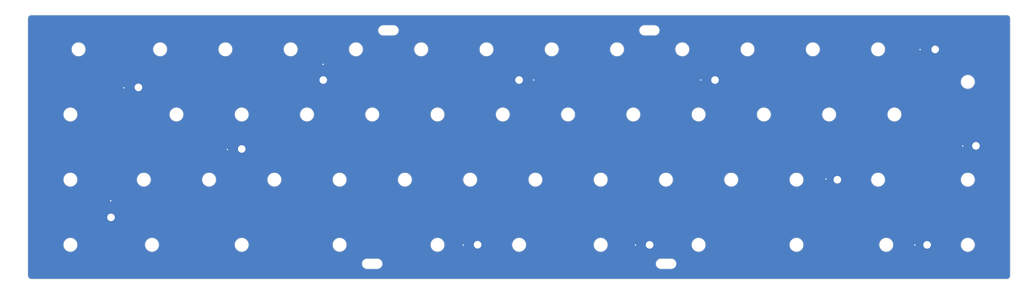
<source format=kicad_pcb>
(kicad_pcb (version 4) (host pcbnew r6904-product)
  (layers (0 F.Cu power) (31 B.Cu power) (34 B.Paste user) (35 F.Paste user) (36 B.SilkS user) (37 F.SilkS user) (38 B.Mask user) (39 F.Mask user) (44 Edge.Cuts user))
  (net 0 "")
  (net 1 GND)
  (module footprints:MountingHole_2.2mm_M2_Pad (layer F.Cu) (at 325.65 168.1)
    (fp_text reference W1 hide)
    (fp_text value TEST_1P hide)
    (pad 1 thru_hole circle (at 0 0) (size 4.4 4.4) (drill 2.2) (layers *.Cu *.Mask) (net 1 GND))
  )
  (module footprints:MountingHole_2.2mm_M2_Pad (layer F.Cu) (at 95.45 122.05)
    (fp_text reference W2 hide)
    (fp_text value TEST_1P hide)
    (pad 1 thru_hole circle (at 0 0) (size 4.4 4.4) (drill 2.2) (layers *.Cu *.Mask) (net 1 GND))
  )
  (module footprints:MountingHole_2.2mm_M2_Pad (layer F.Cu) (at 125.6 140.05)
    (fp_text reference W3 hide)
    (fp_text value TEST_1P hide)
    (pad 1 thru_hole circle (at 0 0) (size 4.4 4.4) (drill 2.2) (layers *.Cu *.Mask) (net 1 GND))
  )
  (module footprints:MountingHole_2.2mm_M2_Pad (layer F.Cu) (at 87.45 160.05)
    (fp_text reference W4 hide)
    (fp_text value TEST_1P hide)
    (pad 1 thru_hole circle (at 0 0) (size 4.4 4.4) (drill 2.2) (layers *.Cu *.Mask) (net 1 GND))
  )
  (module footprints:MountingHole_2.2mm_M2_Pad (layer F.Cu) (at 149.4 119.9)
    (fp_text reference W5 hide)
    (fp_text value TEST_1P hide)
    (pad 1 thru_hole circle (at 0 0) (size 4.4 4.4) (drill 2.2) (layers *.Cu *.Mask) (net 1 GND))
  )
  (module footprints:MountingHole_2.2mm_M2_Pad (layer F.Cu) (at 206.55 119.9)
    (fp_text reference W6 hide)
    (fp_text value TEST_1P hide)
    (pad 1 thru_hole circle (at 0 0) (size 4.4 4.4) (drill 2.2) (layers *.Cu *.Mask) (net 1 GND))
  )
  (module footprints:MountingHole_2.2mm_M2_Pad (layer F.Cu) (at 194.45 168.05)
    (fp_text reference W7 hide)
    (fp_text value TEST_1P hide)
    (pad 1 thru_hole circle (at 0 0) (size 4.4 4.4) (drill 2.2) (layers *.Cu *.Mask) (net 1 GND))
  )
  (module footprints:MountingHole_2.2mm_M2_Pad (layer F.Cu) (at 263.75 119.9)
    (fp_text reference W8 hide)
    (fp_text value TEST_1P hide)
    (pad 1 thru_hole circle (at 0 0) (size 4.4 4.4) (drill 2.2) (layers *.Cu *.Mask) (net 1 GND))
  )
  (module footprints:MountingHole_2.2mm_M2_Pad (layer F.Cu) (at 244.65 168.1)
    (fp_text reference W9 hide)
    (fp_text value TEST_1P hide)
    (pad 1 thru_hole circle (at 0 0) (size 4.4 4.4) (drill 2.2) (layers *.Cu *.Mask) (net 1 GND))
  )
  (module footprints:MountingHole_2.2mm_M2_Pad (layer F.Cu) (at 299.45 149.05)
    (fp_text reference W10 hide)
    (fp_text value TEST_1P hide)
    (pad 1 thru_hole circle (at 0 0) (size 4.4 4.4) (drill 2.2) (layers *.Cu *.Mask) (net 1 GND))
  )
  (module footprints:MountingHole_2.2mm_M2_Pad (layer F.Cu) (at 328 110.95)
    (fp_text reference W11 hide)
    (fp_text value TEST_1P hide)
    (pad 1 thru_hole circle (at 0 0) (size 4.4 4.4) (drill 2.2) (layers *.Cu *.Mask) (net 1 GND))
  )
  (module footprints:MountingHole_2.2mm_M2_Pad (layer F.Cu) (at 339.9 139.15)
    (fp_text reference W12 hide)
    (fp_text value TEST_1P hide)
    (pad 1 thru_hole circle (at 0 0) (size 4.4 4.4) (drill 2.2) (layers *.Cu *.Mask) (net 1 GND))
  )
  (gr_arc (start 250.96 173.62) (end 250.96 175.07) (angle -180) (layer Edge.Cuts) (width 0.1))
  (gr_arc (start 165.19 173.62) (end 165.19 175.07) (angle -180) (layer Edge.Cuts) (width 0.1))
  (gr_arc (start 247.96 173.62) (end 247.96 175.07) (angle 180) (layer Edge.Cuts) (width 0.1))
  (gr_arc (start 162.18 173.62) (end 162.18 175.07) (angle 180) (layer Edge.Cuts) (width 0.1))
  (gr_arc (start 243.14 105.38) (end 243.14 106.83) (angle 180) (layer Edge.Cuts) (width 0.1))
  (gr_arc (start 246.08 105.39) (end 246.08 106.84) (angle -180) (layer Edge.Cuts) (width 0.1))
  (gr_arc (start 169.92 105.38) (end 169.92 106.83) (angle -180) (layer Edge.Cuts) (width 0.1))
  (gr_arc (start 166.93 105.39) (end 166.93 106.84) (angle 180) (layer Edge.Cuts) (width 0.1))
  (gr_circle (center 75.59806 168.077701) (end 77.59806 168.077701) (layer Edge.Cuts) (width 0.1))
  (gr_circle (center 99.411182 168.077701) (end 101.411182 168.077701) (layer Edge.Cuts) (width 0.1))
  (gr_circle (center 125.604297 168.077701) (end 127.604297 168.077701) (layer Edge.Cuts) (width 0.1))
  (gr_circle (center 154.176503 168.077701) (end 156.176503 168.077701) (layer Edge.Cuts) (width 0.1))
  (gr_circle (center 182.754297 168.077701) (end 184.754297 168.077701) (layer Edge.Cuts) (width 0.1))
  (gr_circle (center 206.567559 168.077701) (end 208.567559 168.077701) (layer Edge.Cuts) (width 0.1))
  (gr_circle (center 230.380694 168.077701) (end 232.380694 168.077701) (layer Edge.Cuts) (width 0.1))
  (gr_circle (center 258.951503 168.077701) (end 260.951503 168.077701) (layer Edge.Cuts) (width 0.1))
  (gr_circle (center 287.529297 168.077701) (end 289.529297 168.077701) (layer Edge.Cuts) (width 0.1))
  (gr_circle (center 313.723301 168.077701) (end 315.723301 168.077701) (layer Edge.Cuts) (width 0.1))
  (gr_circle (center 337.53542 168.077701) (end 339.53542 168.077701) (layer Edge.Cuts) (width 0.1))
  (gr_circle (center 337.53542 149.029758) (end 339.53542 149.029758) (layer Edge.Cuts) (width 0.1))
  (gr_circle (center 311.341289 149.029565) (end 313.341289 149.029565) (layer Edge.Cuts) (width 0.1))
  (gr_circle (center 287.530694 149.029389) (end 289.530694 149.029389) (layer Edge.Cuts) (width 0.1))
  (gr_circle (center 268.480694 149.029249) (end 270.480694 149.029249) (layer Edge.Cuts) (width 0.1))
  (gr_circle (center 249.430694 149.029109) (end 251.430694 149.029109) (layer Edge.Cuts) (width 0.1))
  (gr_circle (center 230.380694 149.028968) (end 232.380694 149.028968) (layer Edge.Cuts) (width 0.1))
  (gr_circle (center 211.330694 149.028828) (end 213.330694 149.028828) (layer Edge.Cuts) (width 0.1))
  (gr_circle (center 192.280694 149.028688) (end 194.280694 149.028688) (layer Edge.Cuts) (width 0.1))
  (gr_circle (center 173.229297 149.028548) (end 175.229297 149.028548) (layer Edge.Cuts) (width 0.1))
  (gr_circle (center 154.179297 149.028407) (end 156.179297 149.028407) (layer Edge.Cuts) (width 0.1))
  (gr_circle (center 135.130694 149.028267) (end 137.130694 149.028267) (layer Edge.Cuts) (width 0.1))
  (gr_circle (center 116.080694 149.028127) (end 118.080694 149.028127) (layer Edge.Cuts) (width 0.1))
  (gr_circle (center 97.02917 149.027987) (end 99.02917 149.027987) (layer Edge.Cuts) (width 0.1))
  (gr_circle (center 75.59806 149.027829) (end 77.59806 149.027829) (layer Edge.Cuts) (width 0.1))
  (gr_circle (center 75.59806 129.977663) (end 77.59806 129.977663) (layer Edge.Cuts) (width 0.1))
  (gr_circle (center 106.554297 129.977663) (end 108.554297 129.977663) (layer Edge.Cuts) (width 0.1))
  (gr_circle (center 125.604297 129.977663) (end 127.604297 129.977663) (layer Edge.Cuts) (width 0.1))
  (gr_circle (center 144.654297 129.977663) (end 146.654297 129.977663) (layer Edge.Cuts) (width 0.1))
  (gr_circle (center 163.704297 129.977663) (end 165.704297 129.977663) (layer Edge.Cuts) (width 0.1))
  (gr_circle (center 182.754297 129.977663) (end 184.754297 129.977663) (layer Edge.Cuts) (width 0.1))
  (gr_circle (center 201.804297 129.977663) (end 203.804297 129.977663) (layer Edge.Cuts) (width 0.1))
  (gr_circle (center 220.854297 129.977663) (end 222.854297 129.977663) (layer Edge.Cuts) (width 0.1))
  (gr_circle (center 239.905694 129.977663) (end 241.905694 129.977663) (layer Edge.Cuts) (width 0.1))
  (gr_circle (center 258.955694 129.977663) (end 260.955694 129.977663) (layer Edge.Cuts) (width 0.1))
  (gr_circle (center 278.005694 129.977663) (end 280.005694 129.977663) (layer Edge.Cuts) (width 0.1))
  (gr_circle (center 297.055694 129.977663) (end 299.055694 129.977663) (layer Edge.Cuts) (width 0.1))
  (gr_circle (center 316.105821 129.977663) (end 318.105821 129.977663) (layer Edge.Cuts) (width 0.1))
  (gr_circle (center 337.53542 120.452663) (end 339.53542 120.452663) (layer Edge.Cuts) (width 0.1))
  (gr_circle (center 311.342686 110.927663) (end 313.342686 110.927663) (layer Edge.Cuts) (width 0.1))
  (gr_circle (center 292.292559 110.927663) (end 294.292559 110.927663) (layer Edge.Cuts) (width 0.1))
  (gr_circle (center 273.242559 110.927663) (end 275.242559 110.927663) (layer Edge.Cuts) (width 0.1))
  (gr_circle (center 254.197893 110.927663) (end 256.197893 110.927663) (layer Edge.Cuts) (width 0.1))
  (gr_circle (center 235.147893 110.927663) (end 237.147893 110.927663) (layer Edge.Cuts) (width 0.1))
  (gr_circle (center 216.092559 110.927663) (end 218.092559 110.927663) (layer Edge.Cuts) (width 0.1))
  (gr_circle (center 197.042559 110.927663) (end 199.042559 110.927663) (layer Edge.Cuts) (width 0.1))
  (gr_circle (center 177.989765 110.927663) (end 179.989765 110.927663) (layer Edge.Cuts) (width 0.1))
  (gr_circle (center 158.939765 110.927663) (end 160.939765 110.927663) (layer Edge.Cuts) (width 0.1))
  (gr_circle (center 139.892559 110.927663) (end 141.892559 110.927663) (layer Edge.Cuts) (width 0.1))
  (gr_circle (center 120.842559 110.927663) (end 122.842559 110.927663) (layer Edge.Cuts) (width 0.1))
  (gr_circle (center 101.792432 110.927663) (end 103.792432 110.927663) (layer Edge.Cuts) (width 0.1))
  (gr_circle (center 77.980707 110.927663) (end 79.980707 110.927663) (layer Edge.Cuts) (width 0.1))
  (gr_line (start 165.186514 172.167723) (end 162.179287 172.167723) (layer Edge.Cuts) (width 0.1))
  (gr_line (start 162.179287 175.078131) (end 165.186514 175.078131) (layer Edge.Cuts) (width 0.1))
  (gr_line (start 247.956986 175.078131) (end 250.956986 175.078131) (layer Edge.Cuts) (width 0.1))
  (gr_line (start 250.956986 172.167723) (end 247.956986 172.167723) (layer Edge.Cuts) (width 0.1))
  (gr_line (start 246.124287 103.931487) (end 243.124287 103.931487) (layer Edge.Cuts) (width 0.1))
  (gr_line (start 243.124287 106.833437) (end 246.124287 106.833437) (layer Edge.Cuts) (width 0.1))
  (gr_line (start 166.924287 106.833437) (end 169.924287 106.833437) (layer Edge.Cuts) (width 0.1))
  (gr_line (start 169.924287 103.931487) (end 166.924287 103.931487) (layer Edge.Cuts) (width 0.1))
  (gr_circle (center 125.613968 140.074054) (end 126.662117 140.074054) (layer Edge.Cuts) (width 0.1))
  (gr_circle (center 95.45 122.0522) (end 96.498306 122.0522) (layer Edge.Cuts) (width 0.1))
  (gr_circle (center 87.45 160.0522) (end 88.498306 160.0522) (layer Edge.Cuts) (width 0.1))
  (gr_circle (center 194.45 168.0522) (end 195.498306 168.0522) (layer Edge.Cuts) (width 0.1))
  (gr_circle (center 339.928673 139.127952) (end 340.97712 139.127952) (layer Edge.Cuts) (width 0.1))
  (gr_line (start 63.192287 177.102473) (end 63.192287 101.903043) (layer Edge.Cuts) (width 0.1))
  (gr_arc (start 64.192287 177.102473) (end 63.192287 177.102473) (angle -90.026011) (layer Edge.Cuts) (width 0.1))
  (gr_arc (start 64.192287 101.903043) (end 64.192741 100.903043) (angle -90.02600966) (layer Edge.Cuts) (width 0.1))
  (gr_line (start 348.942558 178.102928) (end 64.192741 178.102928) (layer Edge.Cuts) (width 0.1))
  (gr_arc (start 348.94256 177.102928) (end 348.942562 178.102928) (angle -90.02591538) (layer Edge.Cuts) (width 0.1))
  (gr_arc (start 348.94256 101.902537) (end 349.94256 101.903042) (angle -90.02896965) (layer Edge.Cuts) (width 0.1))
  (gr_line (start 64.192741 100.902537) (end 348.94256 100.902537) (layer Edge.Cuts) (width 0.1))
  (gr_line (start 349.94332 101.903043) (end 349.94332 177.102473) (layer Edge.Cuts) (width 0.1))
  (gr_circle (center 325.64124 168.084288) (end 326.68962 168.084288) (layer Edge.Cuts) (width 0.1))
  (gr_circle (center 328.020379 110.933198) (end 329.069198 110.933198) (layer Edge.Cuts) (width 0.1))
  (gr_circle (center 299.444428 149.033251) (end 300.493059 149.033251) (layer Edge.Cuts) (width 0.1))
  (gr_circle (center 263.727806 119.894157) (end 264.776104 119.894157) (layer Edge.Cuts) (width 0.1))
  (gr_circle (center 244.677798 168.084213) (end 245.726104 168.084213) (layer Edge.Cuts) (width 0.1))
  (gr_circle (center 206.576843 119.893101) (end 207.625369 119.893101) (layer Edge.Cuts) (width 0.1))
  (gr_circle (center 149.427806 119.894157) (end 150.476104 119.894157) (layer Edge.Cuts) (width 0.1))
  (segment (start 336.042 139.192) (end 339.858 139.192) (width 0.5) (layer F.Cu) (net 1))
  (segment (start 339.858 139.192) (end 339.9 139.15) (width 0.5) (layer F.Cu) (net 1))
  (segment (start 240.284 155.194) (end 296.164 155.194) (width 0.5) (layer B.Cu) (net 1))
  (segment (start 296.164 155.194) (end 322.072 155.194) (width 0.5) (layer B.Cu) (net 1))
  (segment (start 296.132731 155.162731) (end 296.164 155.194) (width 0.5) (layer B.Cu) (net 1))
  (segment (start 296.132731 148.844) (end 296.132731 155.162731) (width 0.5) (layer B.Cu) (net 1))
  (segment (start 87.376 155.194) (end 120.904 155.194) (width 0.5) (layer B.Cu) (net 1))
  (segment (start 120.904 155.194) (end 190.754 155.194) (width 0.5) (layer B.Cu) (net 1))
  (segment (start 121.412 140.208) (end 121.412 154.686) (width 0.5) (layer B.Cu) (net 1))
  (segment (start 121.412 154.686) (end 120.904 155.194) (width 0.5) (layer B.Cu) (net 1))
  (segment (start 91.44 121.92) (end 91.44 151.13) (width 0.5) (layer B.Cu) (net 1))
  (segment (start 91.44 151.13) (end 87.376 155.194) (width 0.5) (layer B.Cu) (net 1))
  (segment (start 149.352 115.316) (end 98.044 115.316) (width 0.5) (layer B.Cu) (net 1))
  (segment (start 98.044 115.316) (end 91.44 121.92) (width 0.5) (layer B.Cu) (net 1))
  (segment (start 323.596 110.998) (end 323.596 126.746) (width 0.5) (layer B.Cu) (net 1))
  (segment (start 323.596 126.746) (end 336.042 139.192) (width 0.5) (layer B.Cu) (net 1))
  (segment (start 319.278 115.316) (end 259.334 115.316) (width 0.5) (layer B.Cu) (net 1))
  (segment (start 259.334 115.316) (end 211.074 115.316) (width 0.5) (layer B.Cu) (net 1))
  (segment (start 259.588 119.888) (end 259.588 119.322315) (width 0.5) (layer B.Cu) (net 1))
  (segment (start 259.588 119.322315) (end 259.334 119.068315) (width 0.5) (layer B.Cu) (net 1))
  (segment (start 259.334 119.068315) (end 259.334 115.316) (width 0.5) (layer B.Cu) (net 1))
  (segment (start 211.074 115.316) (end 149.352 115.316) (width 0.5) (layer B.Cu) (net 1))
  (segment (start 210.82 119.888) (end 210.82 115.57) (width 0.5) (layer B.Cu) (net 1))
  (segment (start 210.82 115.57) (end 211.074 115.316) (width 0.5) (layer B.Cu) (net 1))
  (segment (start 323.596 110.998) (end 319.278 115.316) (width 0.5) (layer B.Cu) (net 1))
  (segment (start 190.754 155.194) (end 240.284 155.194) (width 0.5) (layer B.Cu) (net 1))
  (segment (start 240.538 168.148) (end 240.538 155.448) (width 0.5) (layer B.Cu) (net 1))
  (segment (start 240.538 155.448) (end 240.284 155.194) (width 0.5) (layer B.Cu) (net 1))
  (segment (start 190.246 168.148) (end 190.246 155.702) (width 0.5) (layer B.Cu) (net 1))
  (segment (start 190.246 155.702) (end 190.754 155.194) (width 0.5) (layer B.Cu) (net 1))
  (segment (start 322.072 168.148) (end 322.072 155.194) (width 0.5) (layer B.Cu) (net 1))
  (segment (start 322.072 155.194) (end 322.072 153.162) (width 0.5) (layer B.Cu) (net 1))
  (segment (start 322.072 153.162) (end 336.042 139.192) (width 0.5) (layer B.Cu) (net 1))
  (segment (start 325.65 168.1) (end 322.12 168.1) (width 0.5) (layer F.Cu) (net 1))
  (segment (start 322.12 168.1) (end 322.072 168.148) (width 0.5) (layer F.Cu) (net 1))
  (via (at 322.072 168.148) (size 0.8) (drill 0.4) (layers F.Cu B.Cu) (net 1))
  (via (at 336.042 139.192) (size 0.8) (drill 0.4) (layers F.Cu B.Cu) (net 1))
  (segment (start 328 110.95) (end 323.644 110.95) (width 0.5) (layer F.Cu) (net 1))
  (segment (start 323.644 110.95) (end 323.596 110.998) (width 0.5) (layer F.Cu) (net 1))
  (via (at 323.596 110.998) (size 0.8) (drill 0.4) (layers F.Cu B.Cu) (net 1))
  (via (at 296.132731 148.844) (size 0.8) (drill 0.4) (layers F.Cu B.Cu) (net 1))
  (segment (start 299.45 149.05) (end 296.338731 149.05) (width 0.5) (layer F.Cu) (net 1))
  (segment (start 296.338731 149.05) (end 296.132731 148.844) (width 0.5) (layer F.Cu) (net 1))
  (segment (start 263.75 119.9) (end 259.6 119.9) (width 0.5) (layer F.Cu) (net 1))
  (segment (start 259.6 119.9) (end 259.588 119.888) (width 0.5) (layer F.Cu) (net 1))
  (via (at 259.588 119.888) (size 0.8) (drill 0.4) (layers F.Cu B.Cu) (net 1))
  (segment (start 244.65 168.1) (end 240.586 168.1) (width 0.5) (layer F.Cu) (net 1))
  (segment (start 240.586 168.1) (end 240.538 168.148) (width 0.5) (layer F.Cu) (net 1))
  (via (at 240.538 168.148) (size 0.8) (drill 0.4) (layers F.Cu B.Cu) (net 1))
  (segment (start 206.55 119.9) (end 210.808 119.9) (width 0.5) (layer F.Cu) (net 1))
  (segment (start 210.808 119.9) (end 210.82 119.888) (width 0.5) (layer F.Cu) (net 1))
  (via (at 210.82 119.888) (size 0.8) (drill 0.4) (layers F.Cu B.Cu) (net 1))
  (segment (start 194.45 168.05) (end 190.344 168.05) (width 0.5) (layer F.Cu) (net 1))
  (segment (start 190.344 168.05) (end 190.246 168.148) (width 0.5) (layer F.Cu) (net 1))
  (via (at 190.246 168.148) (size 0.8) (drill 0.4) (layers F.Cu B.Cu) (net 1))
  (segment (start 87.45 160.05) (end 87.45 155.268) (width 0.5) (layer F.Cu) (net 1))
  (segment (start 87.45 155.268) (end 87.376 155.194) (width 0.5) (layer F.Cu) (net 1))
  (via (at 87.376 155.194) (size 0.8) (drill 0.4) (layers F.Cu B.Cu) (net 1))
  (segment (start 125.6 140.05) (end 121.57 140.05) (width 0.5) (layer F.Cu) (net 1))
  (segment (start 121.57 140.05) (end 121.412 140.208) (width 0.5) (layer F.Cu) (net 1))
  (via (at 121.412 140.208) (size 0.8) (drill 0.4) (layers F.Cu B.Cu) (net 1))
  (segment (start 149.4 119.9) (end 149.4 115.364) (width 0.5) (layer F.Cu) (net 1))
  (segment (start 149.4 115.364) (end 149.352 115.316) (width 0.5) (layer F.Cu) (net 1))
  (via (at 149.352 115.316) (size 0.8) (drill 0.4) (layers F.Cu B.Cu) (net 1))
  (segment (start 95.45 122.05) (end 91.31 122.05) (width 0.5) (layer F.Cu) (net 1))
  (segment (start 91.31 122.05) (end 91.186 122.174) (width 0.5) (layer F.Cu) (net 1))
  (via (at 91.186 122.174) (size 0.8) (drill 0.4) (layers F.Cu B.Cu) (net 1))
  (zone (net 1) (net_name GND) (layer B.Cu) (connect_pads yes (clearance 0)) (min_thickness 0.254) (fill yes (arc_segments 16) (thermal_gap 0.508) (thermal_bridge_width 0.508))
    (polygon (pts (xy 353.95 181.65) (xy 55.05 181.65) (xy 55.05 96.5) (xy 353.95 96.5) (xy 353.95 181.65)))
  )
)
</source>
